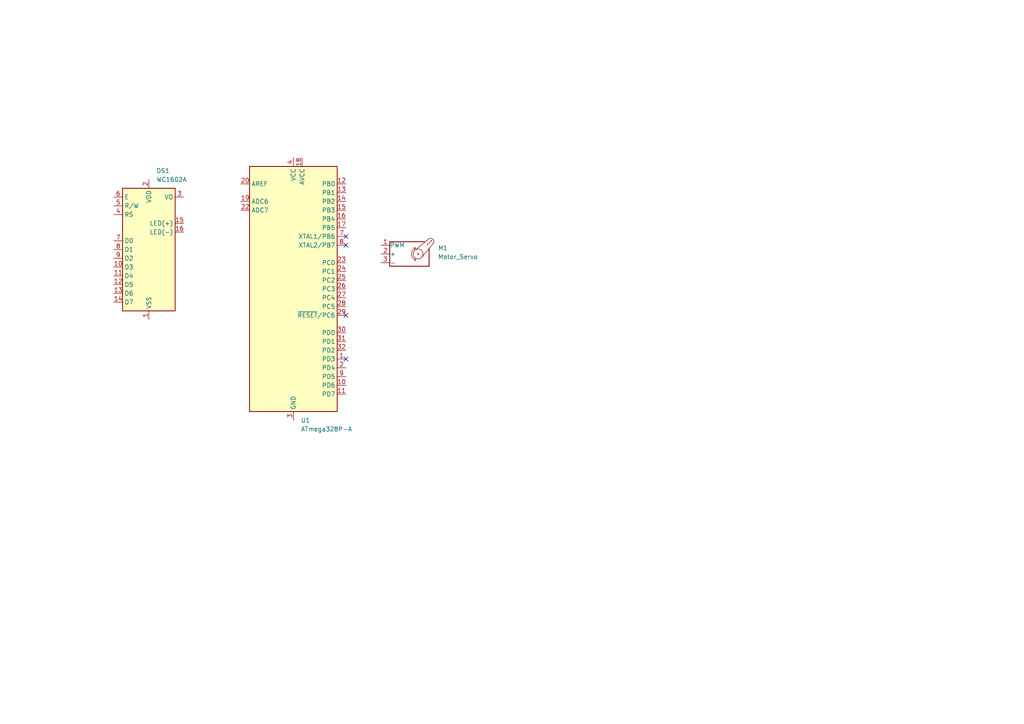
<source format=kicad_sch>
(kicad_sch
	(version 20250114)
	(generator "eeschema")
	(generator_version "9.0")
	(uuid "27e879df-9795-40e7-8d22-831b68498079")
	(paper "A4")
	(lib_symbols
		(symbol "Display_Character:WC1602A"
			(exclude_from_sim no)
			(in_bom yes)
			(on_board yes)
			(property "Reference" "DS"
				(at -5.842 19.05 0)
				(effects
					(font
						(size 1.27 1.27)
					)
				)
			)
			(property "Value" "WC1602A"
				(at 5.334 19.05 0)
				(effects
					(font
						(size 1.27 1.27)
					)
				)
			)
			(property "Footprint" "Display:WC1602A"
				(at 0 -22.86 0)
				(effects
					(font
						(size 1.27 1.27)
						(italic yes)
					)
					(hide yes)
				)
			)
			(property "Datasheet" "http://www.wincomlcd.com/pdf/WC1602A-SFYLYHTC06.pdf"
				(at 17.78 0 0)
				(effects
					(font
						(size 1.27 1.27)
					)
					(hide yes)
				)
			)
			(property "Description" "LCD 16x2 Alphanumeric , 8 bit parallel bus, 5V VDD"
				(at 0 0 0)
				(effects
					(font
						(size 1.27 1.27)
					)
					(hide yes)
				)
			)
			(property "ki_keywords" "display LCD dot-matrix"
				(at 0 0 0)
				(effects
					(font
						(size 1.27 1.27)
					)
					(hide yes)
				)
			)
			(property "ki_fp_filters" "*WC*1602A*"
				(at 0 0 0)
				(effects
					(font
						(size 1.27 1.27)
					)
					(hide yes)
				)
			)
			(symbol "WC1602A_1_1"
				(rectangle
					(start -7.62 17.78)
					(end 7.62 -17.78)
					(stroke
						(width 0.254)
						(type default)
					)
					(fill
						(type background)
					)
				)
				(pin input line
					(at -10.16 15.24 0)
					(length 2.54)
					(name "E"
						(effects
							(font
								(size 1.27 1.27)
							)
						)
					)
					(number "6"
						(effects
							(font
								(size 1.27 1.27)
							)
						)
					)
				)
				(pin input line
					(at -10.16 12.7 0)
					(length 2.54)
					(name "R/W"
						(effects
							(font
								(size 1.27 1.27)
							)
						)
					)
					(number "5"
						(effects
							(font
								(size 1.27 1.27)
							)
						)
					)
				)
				(pin input line
					(at -10.16 10.16 0)
					(length 2.54)
					(name "RS"
						(effects
							(font
								(size 1.27 1.27)
							)
						)
					)
					(number "4"
						(effects
							(font
								(size 1.27 1.27)
							)
						)
					)
				)
				(pin input line
					(at -10.16 2.54 0)
					(length 2.54)
					(name "D0"
						(effects
							(font
								(size 1.27 1.27)
							)
						)
					)
					(number "7"
						(effects
							(font
								(size 1.27 1.27)
							)
						)
					)
				)
				(pin input line
					(at -10.16 0 0)
					(length 2.54)
					(name "D1"
						(effects
							(font
								(size 1.27 1.27)
							)
						)
					)
					(number "8"
						(effects
							(font
								(size 1.27 1.27)
							)
						)
					)
				)
				(pin input line
					(at -10.16 -2.54 0)
					(length 2.54)
					(name "D2"
						(effects
							(font
								(size 1.27 1.27)
							)
						)
					)
					(number "9"
						(effects
							(font
								(size 1.27 1.27)
							)
						)
					)
				)
				(pin input line
					(at -10.16 -5.08 0)
					(length 2.54)
					(name "D3"
						(effects
							(font
								(size 1.27 1.27)
							)
						)
					)
					(number "10"
						(effects
							(font
								(size 1.27 1.27)
							)
						)
					)
				)
				(pin input line
					(at -10.16 -7.62 0)
					(length 2.54)
					(name "D4"
						(effects
							(font
								(size 1.27 1.27)
							)
						)
					)
					(number "11"
						(effects
							(font
								(size 1.27 1.27)
							)
						)
					)
				)
				(pin input line
					(at -10.16 -10.16 0)
					(length 2.54)
					(name "D5"
						(effects
							(font
								(size 1.27 1.27)
							)
						)
					)
					(number "12"
						(effects
							(font
								(size 1.27 1.27)
							)
						)
					)
				)
				(pin input line
					(at -10.16 -12.7 0)
					(length 2.54)
					(name "D6"
						(effects
							(font
								(size 1.27 1.27)
							)
						)
					)
					(number "13"
						(effects
							(font
								(size 1.27 1.27)
							)
						)
					)
				)
				(pin input line
					(at -10.16 -15.24 0)
					(length 2.54)
					(name "D7"
						(effects
							(font
								(size 1.27 1.27)
							)
						)
					)
					(number "14"
						(effects
							(font
								(size 1.27 1.27)
							)
						)
					)
				)
				(pin power_in line
					(at 0 20.32 270)
					(length 2.54)
					(name "VDD"
						(effects
							(font
								(size 1.27 1.27)
							)
						)
					)
					(number "2"
						(effects
							(font
								(size 1.27 1.27)
							)
						)
					)
				)
				(pin power_in line
					(at 0 -20.32 90)
					(length 2.54)
					(name "VSS"
						(effects
							(font
								(size 1.27 1.27)
							)
						)
					)
					(number "1"
						(effects
							(font
								(size 1.27 1.27)
							)
						)
					)
				)
				(pin input line
					(at 10.16 15.24 180)
					(length 2.54)
					(name "VO"
						(effects
							(font
								(size 1.27 1.27)
							)
						)
					)
					(number "3"
						(effects
							(font
								(size 1.27 1.27)
							)
						)
					)
				)
				(pin power_in line
					(at 10.16 7.62 180)
					(length 2.54)
					(name "LED(+)"
						(effects
							(font
								(size 1.27 1.27)
							)
						)
					)
					(number "15"
						(effects
							(font
								(size 1.27 1.27)
							)
						)
					)
				)
				(pin power_in line
					(at 10.16 5.08 180)
					(length 2.54)
					(name "LED(-)"
						(effects
							(font
								(size 1.27 1.27)
							)
						)
					)
					(number "16"
						(effects
							(font
								(size 1.27 1.27)
							)
						)
					)
				)
			)
			(embedded_fonts no)
		)
		(symbol "MCU_Microchip_ATmega:ATmega328P-A"
			(exclude_from_sim no)
			(in_bom yes)
			(on_board yes)
			(property "Reference" "U"
				(at -12.7 36.83 0)
				(effects
					(font
						(size 1.27 1.27)
					)
					(justify left bottom)
				)
			)
			(property "Value" "ATmega328P-A"
				(at 2.54 -36.83 0)
				(effects
					(font
						(size 1.27 1.27)
					)
					(justify left top)
				)
			)
			(property "Footprint" "Package_QFP:TQFP-32_7x7mm_P0.8mm"
				(at 0 0 0)
				(effects
					(font
						(size 1.27 1.27)
						(italic yes)
					)
					(hide yes)
				)
			)
			(property "Datasheet" "http://ww1.microchip.com/downloads/en/DeviceDoc/ATmega328_P%20AVR%20MCU%20with%20picoPower%20Technology%20Data%20Sheet%2040001984A.pdf"
				(at 0 0 0)
				(effects
					(font
						(size 1.27 1.27)
					)
					(hide yes)
				)
			)
			(property "Description" "20MHz, 32kB Flash, 2kB SRAM, 1kB EEPROM, TQFP-32"
				(at 0 0 0)
				(effects
					(font
						(size 1.27 1.27)
					)
					(hide yes)
				)
			)
			(property "ki_keywords" "AVR 8bit Microcontroller MegaAVR PicoPower"
				(at 0 0 0)
				(effects
					(font
						(size 1.27 1.27)
					)
					(hide yes)
				)
			)
			(property "ki_fp_filters" "TQFP*7x7mm*P0.8mm*"
				(at 0 0 0)
				(effects
					(font
						(size 1.27 1.27)
					)
					(hide yes)
				)
			)
			(symbol "ATmega328P-A_0_1"
				(rectangle
					(start -12.7 -35.56)
					(end 12.7 35.56)
					(stroke
						(width 0.254)
						(type default)
					)
					(fill
						(type background)
					)
				)
			)
			(symbol "ATmega328P-A_1_1"
				(pin passive line
					(at -15.24 30.48 0)
					(length 2.54)
					(name "AREF"
						(effects
							(font
								(size 1.27 1.27)
							)
						)
					)
					(number "20"
						(effects
							(font
								(size 1.27 1.27)
							)
						)
					)
				)
				(pin input line
					(at -15.24 25.4 0)
					(length 2.54)
					(name "ADC6"
						(effects
							(font
								(size 1.27 1.27)
							)
						)
					)
					(number "19"
						(effects
							(font
								(size 1.27 1.27)
							)
						)
					)
				)
				(pin input line
					(at -15.24 22.86 0)
					(length 2.54)
					(name "ADC7"
						(effects
							(font
								(size 1.27 1.27)
							)
						)
					)
					(number "22"
						(effects
							(font
								(size 1.27 1.27)
							)
						)
					)
				)
				(pin power_in line
					(at 0 38.1 270)
					(length 2.54)
					(name "VCC"
						(effects
							(font
								(size 1.27 1.27)
							)
						)
					)
					(number "4"
						(effects
							(font
								(size 1.27 1.27)
							)
						)
					)
				)
				(pin passive line
					(at 0 38.1 270)
					(length 2.54)
					(hide yes)
					(name "VCC"
						(effects
							(font
								(size 1.27 1.27)
							)
						)
					)
					(number "6"
						(effects
							(font
								(size 1.27 1.27)
							)
						)
					)
				)
				(pin passive line
					(at 0 -38.1 90)
					(length 2.54)
					(hide yes)
					(name "GND"
						(effects
							(font
								(size 1.27 1.27)
							)
						)
					)
					(number "21"
						(effects
							(font
								(size 1.27 1.27)
							)
						)
					)
				)
				(pin power_in line
					(at 0 -38.1 90)
					(length 2.54)
					(name "GND"
						(effects
							(font
								(size 1.27 1.27)
							)
						)
					)
					(number "3"
						(effects
							(font
								(size 1.27 1.27)
							)
						)
					)
				)
				(pin passive line
					(at 0 -38.1 90)
					(length 2.54)
					(hide yes)
					(name "GND"
						(effects
							(font
								(size 1.27 1.27)
							)
						)
					)
					(number "5"
						(effects
							(font
								(size 1.27 1.27)
							)
						)
					)
				)
				(pin power_in line
					(at 2.54 38.1 270)
					(length 2.54)
					(name "AVCC"
						(effects
							(font
								(size 1.27 1.27)
							)
						)
					)
					(number "18"
						(effects
							(font
								(size 1.27 1.27)
							)
						)
					)
				)
				(pin bidirectional line
					(at 15.24 30.48 180)
					(length 2.54)
					(name "PB0"
						(effects
							(font
								(size 1.27 1.27)
							)
						)
					)
					(number "12"
						(effects
							(font
								(size 1.27 1.27)
							)
						)
					)
				)
				(pin bidirectional line
					(at 15.24 27.94 180)
					(length 2.54)
					(name "PB1"
						(effects
							(font
								(size 1.27 1.27)
							)
						)
					)
					(number "13"
						(effects
							(font
								(size 1.27 1.27)
							)
						)
					)
				)
				(pin bidirectional line
					(at 15.24 25.4 180)
					(length 2.54)
					(name "PB2"
						(effects
							(font
								(size 1.27 1.27)
							)
						)
					)
					(number "14"
						(effects
							(font
								(size 1.27 1.27)
							)
						)
					)
				)
				(pin bidirectional line
					(at 15.24 22.86 180)
					(length 2.54)
					(name "PB3"
						(effects
							(font
								(size 1.27 1.27)
							)
						)
					)
					(number "15"
						(effects
							(font
								(size 1.27 1.27)
							)
						)
					)
				)
				(pin bidirectional line
					(at 15.24 20.32 180)
					(length 2.54)
					(name "PB4"
						(effects
							(font
								(size 1.27 1.27)
							)
						)
					)
					(number "16"
						(effects
							(font
								(size 1.27 1.27)
							)
						)
					)
				)
				(pin bidirectional line
					(at 15.24 17.78 180)
					(length 2.54)
					(name "PB5"
						(effects
							(font
								(size 1.27 1.27)
							)
						)
					)
					(number "17"
						(effects
							(font
								(size 1.27 1.27)
							)
						)
					)
				)
				(pin bidirectional line
					(at 15.24 15.24 180)
					(length 2.54)
					(name "XTAL1/PB6"
						(effects
							(font
								(size 1.27 1.27)
							)
						)
					)
					(number "7"
						(effects
							(font
								(size 1.27 1.27)
							)
						)
					)
				)
				(pin bidirectional line
					(at 15.24 12.7 180)
					(length 2.54)
					(name "XTAL2/PB7"
						(effects
							(font
								(size 1.27 1.27)
							)
						)
					)
					(number "8"
						(effects
							(font
								(size 1.27 1.27)
							)
						)
					)
				)
				(pin bidirectional line
					(at 15.24 7.62 180)
					(length 2.54)
					(name "PC0"
						(effects
							(font
								(size 1.27 1.27)
							)
						)
					)
					(number "23"
						(effects
							(font
								(size 1.27 1.27)
							)
						)
					)
				)
				(pin bidirectional line
					(at 15.24 5.08 180)
					(length 2.54)
					(name "PC1"
						(effects
							(font
								(size 1.27 1.27)
							)
						)
					)
					(number "24"
						(effects
							(font
								(size 1.27 1.27)
							)
						)
					)
				)
				(pin bidirectional line
					(at 15.24 2.54 180)
					(length 2.54)
					(name "PC2"
						(effects
							(font
								(size 1.27 1.27)
							)
						)
					)
					(number "25"
						(effects
							(font
								(size 1.27 1.27)
							)
						)
					)
				)
				(pin bidirectional line
					(at 15.24 0 180)
					(length 2.54)
					(name "PC3"
						(effects
							(font
								(size 1.27 1.27)
							)
						)
					)
					(number "26"
						(effects
							(font
								(size 1.27 1.27)
							)
						)
					)
				)
				(pin bidirectional line
					(at 15.24 -2.54 180)
					(length 2.54)
					(name "PC4"
						(effects
							(font
								(size 1.27 1.27)
							)
						)
					)
					(number "27"
						(effects
							(font
								(size 1.27 1.27)
							)
						)
					)
				)
				(pin bidirectional line
					(at 15.24 -5.08 180)
					(length 2.54)
					(name "PC5"
						(effects
							(font
								(size 1.27 1.27)
							)
						)
					)
					(number "28"
						(effects
							(font
								(size 1.27 1.27)
							)
						)
					)
				)
				(pin bidirectional line
					(at 15.24 -7.62 180)
					(length 2.54)
					(name "~{RESET}/PC6"
						(effects
							(font
								(size 1.27 1.27)
							)
						)
					)
					(number "29"
						(effects
							(font
								(size 1.27 1.27)
							)
						)
					)
				)
				(pin bidirectional line
					(at 15.24 -12.7 180)
					(length 2.54)
					(name "PD0"
						(effects
							(font
								(size 1.27 1.27)
							)
						)
					)
					(number "30"
						(effects
							(font
								(size 1.27 1.27)
							)
						)
					)
				)
				(pin bidirectional line
					(at 15.24 -15.24 180)
					(length 2.54)
					(name "PD1"
						(effects
							(font
								(size 1.27 1.27)
							)
						)
					)
					(number "31"
						(effects
							(font
								(size 1.27 1.27)
							)
						)
					)
				)
				(pin bidirectional line
					(at 15.24 -17.78 180)
					(length 2.54)
					(name "PD2"
						(effects
							(font
								(size 1.27 1.27)
							)
						)
					)
					(number "32"
						(effects
							(font
								(size 1.27 1.27)
							)
						)
					)
				)
				(pin bidirectional line
					(at 15.24 -20.32 180)
					(length 2.54)
					(name "PD3"
						(effects
							(font
								(size 1.27 1.27)
							)
						)
					)
					(number "1"
						(effects
							(font
								(size 1.27 1.27)
							)
						)
					)
				)
				(pin bidirectional line
					(at 15.24 -22.86 180)
					(length 2.54)
					(name "PD4"
						(effects
							(font
								(size 1.27 1.27)
							)
						)
					)
					(number "2"
						(effects
							(font
								(size 1.27 1.27)
							)
						)
					)
				)
				(pin bidirectional line
					(at 15.24 -25.4 180)
					(length 2.54)
					(name "PD5"
						(effects
							(font
								(size 1.27 1.27)
							)
						)
					)
					(number "9"
						(effects
							(font
								(size 1.27 1.27)
							)
						)
					)
				)
				(pin bidirectional line
					(at 15.24 -27.94 180)
					(length 2.54)
					(name "PD6"
						(effects
							(font
								(size 1.27 1.27)
							)
						)
					)
					(number "10"
						(effects
							(font
								(size 1.27 1.27)
							)
						)
					)
				)
				(pin bidirectional line
					(at 15.24 -30.48 180)
					(length 2.54)
					(name "PD7"
						(effects
							(font
								(size 1.27 1.27)
							)
						)
					)
					(number "11"
						(effects
							(font
								(size 1.27 1.27)
							)
						)
					)
				)
			)
			(embedded_fonts no)
		)
		(symbol "Motor:Motor_Servo"
			(pin_names
				(offset 0.0254)
			)
			(exclude_from_sim no)
			(in_bom yes)
			(on_board yes)
			(property "Reference" "M"
				(at -5.08 4.445 0)
				(effects
					(font
						(size 1.27 1.27)
					)
					(justify left)
				)
			)
			(property "Value" "Motor_Servo"
				(at -5.08 -4.064 0)
				(effects
					(font
						(size 1.27 1.27)
					)
					(justify left top)
				)
			)
			(property "Footprint" ""
				(at 0 -4.826 0)
				(effects
					(font
						(size 1.27 1.27)
					)
					(hide yes)
				)
			)
			(property "Datasheet" "http://forums.parallax.com/uploads/attachments/46831/74481.png"
				(at 0 -4.826 0)
				(effects
					(font
						(size 1.27 1.27)
					)
					(hide yes)
				)
			)
			(property "Description" "Servo Motor (Futaba, HiTec, JR connector)"
				(at 0 0 0)
				(effects
					(font
						(size 1.27 1.27)
					)
					(hide yes)
				)
			)
			(property "ki_keywords" "Servo Motor"
				(at 0 0 0)
				(effects
					(font
						(size 1.27 1.27)
					)
					(hide yes)
				)
			)
			(property "ki_fp_filters" "PinHeader*P2.54mm*"
				(at 0 0 0)
				(effects
					(font
						(size 1.27 1.27)
					)
					(hide yes)
				)
			)
			(symbol "Motor_Servo_0_1"
				(polyline
					(pts
						(xy 2.413 1.778) (xy 1.905 1.778)
					)
					(stroke
						(width 0)
						(type default)
					)
					(fill
						(type none)
					)
				)
				(polyline
					(pts
						(xy 2.413 1.778) (xy 2.286 1.397)
					)
					(stroke
						(width 0)
						(type default)
					)
					(fill
						(type none)
					)
				)
				(polyline
					(pts
						(xy 2.413 -1.778) (xy 2.032 -1.778)
					)
					(stroke
						(width 0)
						(type default)
					)
					(fill
						(type none)
					)
				)
				(polyline
					(pts
						(xy 2.413 -1.778) (xy 2.286 -1.397)
					)
					(stroke
						(width 0)
						(type default)
					)
					(fill
						(type none)
					)
				)
				(arc
					(start 2.413 -1.778)
					(mid 1.2406 0)
					(end 2.413 1.778)
					(stroke
						(width 0)
						(type default)
					)
					(fill
						(type none)
					)
				)
				(circle
					(center 3.175 0)
					(radius 0.1778)
					(stroke
						(width 0)
						(type default)
					)
					(fill
						(type none)
					)
				)
				(circle
					(center 3.175 0)
					(radius 1.4224)
					(stroke
						(width 0)
						(type default)
					)
					(fill
						(type none)
					)
				)
				(polyline
					(pts
						(xy 5.08 3.556) (xy -5.08 3.556) (xy -5.08 -3.556) (xy 6.35 -3.556) (xy 6.35 1.524)
					)
					(stroke
						(width 0.254)
						(type default)
					)
					(fill
						(type none)
					)
				)
				(circle
					(center 5.969 2.794)
					(radius 0.127)
					(stroke
						(width 0)
						(type default)
					)
					(fill
						(type none)
					)
				)
				(polyline
					(pts
						(xy 6.35 4.445) (xy 2.54 1.27)
					)
					(stroke
						(width 0)
						(type default)
					)
					(fill
						(type none)
					)
				)
				(circle
					(center 6.477 3.302)
					(radius 0.127)
					(stroke
						(width 0)
						(type default)
					)
					(fill
						(type none)
					)
				)
				(arc
					(start 6.35 4.445)
					(mid 7.4487 4.2737)
					(end 7.62 3.175)
					(stroke
						(width 0)
						(type default)
					)
					(fill
						(type none)
					)
				)
				(circle
					(center 6.985 3.81)
					(radius 0.127)
					(stroke
						(width 0)
						(type default)
					)
					(fill
						(type none)
					)
				)
				(polyline
					(pts
						(xy 7.62 3.175) (xy 4.191 -1.016)
					)
					(stroke
						(width 0)
						(type default)
					)
					(fill
						(type none)
					)
				)
			)
			(symbol "Motor_Servo_1_1"
				(pin passive line
					(at -7.62 2.54 0)
					(length 2.54)
					(name "PWM"
						(effects
							(font
								(size 1.27 1.27)
							)
						)
					)
					(number "1"
						(effects
							(font
								(size 1.27 1.27)
							)
						)
					)
				)
				(pin passive line
					(at -7.62 0 0)
					(length 2.54)
					(name "+"
						(effects
							(font
								(size 1.27 1.27)
							)
						)
					)
					(number "2"
						(effects
							(font
								(size 1.27 1.27)
							)
						)
					)
				)
				(pin passive line
					(at -7.62 -2.54 0)
					(length 2.54)
					(name "-"
						(effects
							(font
								(size 1.27 1.27)
							)
						)
					)
					(number "3"
						(effects
							(font
								(size 1.27 1.27)
							)
						)
					)
				)
			)
			(embedded_fonts no)
		)
	)
	(no_connect
		(at 100.33 91.44)
		(uuid "2594f62e-2239-4e64-b890-1c4166efbafb")
	)
	(no_connect
		(at 100.33 71.12)
		(uuid "55ef0039-f3c1-4233-97a0-46a658c19bdc")
	)
	(no_connect
		(at 100.33 104.14)
		(uuid "6aedd15c-71f9-4651-98f2-9fc34fb52a01")
	)
	(no_connect
		(at 100.33 68.58)
		(uuid "ba1d81aa-533e-4f8f-b7db-9db5cb6e45a1")
	)
	(symbol
		(lib_id "Display_Character:WC1602A")
		(at 43.18 72.39 0)
		(unit 1)
		(exclude_from_sim no)
		(in_bom yes)
		(on_board yes)
		(dnp no)
		(fields_autoplaced yes)
		(uuid "00d3fc71-321c-4974-ac54-3103b4c37a10")
		(property "Reference" "DS1"
			(at 45.3233 49.53 0)
			(effects
				(font
					(size 1.27 1.27)
				)
				(justify left)
			)
		)
		(property "Value" "WC1602A"
			(at 45.3233 52.07 0)
			(effects
				(font
					(size 1.27 1.27)
				)
				(justify left)
			)
		)
		(property "Footprint" "Display:WC1602A"
			(at 43.18 95.25 0)
			(effects
				(font
					(size 1.27 1.27)
					(italic yes)
				)
				(hide yes)
			)
		)
		(property "Datasheet" "http://www.wincomlcd.com/pdf/WC1602A-SFYLYHTC06.pdf"
			(at 60.96 72.39 0)
			(effects
				(font
					(size 1.27 1.27)
				)
				(hide yes)
			)
		)
		(property "Description" "LCD 16x2 Alphanumeric , 8 bit parallel bus, 5V VDD"
			(at 43.18 72.39 0)
			(effects
				(font
					(size 1.27 1.27)
				)
				(hide yes)
			)
		)
		(pin "9"
			(uuid "3f08fb49-665b-4a7a-9b13-d647fbcf17e4")
		)
		(pin "4"
			(uuid "90b987a2-8369-4331-90c1-d5dcb62b7ee6")
		)
		(pin "7"
			(uuid "a04d9829-a73a-4340-9881-7964b69551f6")
		)
		(pin "8"
			(uuid "c60c3a04-2137-4961-aec7-712291c06da2")
		)
		(pin "10"
			(uuid "01baa7cd-eca2-472d-9ca4-d3cc30172a2b")
		)
		(pin "13"
			(uuid "b8056901-4813-42b2-a5d0-a0ac01781acc")
		)
		(pin "14"
			(uuid "c43e1b04-ab22-436c-863c-0ea1ff6074b2")
		)
		(pin "3"
			(uuid "f0561ed2-28c2-46f4-98e6-16303923d3d6")
		)
		(pin "12"
			(uuid "933d3889-9121-4ce6-9a06-7e8ab50814c8")
		)
		(pin "15"
			(uuid "4e0d1106-adc1-411e-8fba-11e598d741fe")
		)
		(pin "6"
			(uuid "7b37710d-6a1b-4331-aced-5c014ae2b09c")
		)
		(pin "2"
			(uuid "68743cb1-e721-4052-a514-adf572787f56")
		)
		(pin "1"
			(uuid "678bcfa5-b7c2-4e22-a412-4400730c9cec")
		)
		(pin "16"
			(uuid "6c9dbc5d-2690-4524-aeb4-52d1a3ba146a")
		)
		(pin "5"
			(uuid "a9fc3b5e-bedf-4406-be72-31b97087478f")
		)
		(pin "11"
			(uuid "8c2a46a0-0602-433b-ab9a-632b20d08c1b")
		)
		(instances
			(project ""
				(path "/27e879df-9795-40e7-8d22-831b68498079"
					(reference "DS1")
					(unit 1)
				)
			)
		)
	)
	(symbol
		(lib_id "MCU_Microchip_ATmega:ATmega328P-A")
		(at 85.09 83.82 0)
		(unit 1)
		(exclude_from_sim no)
		(in_bom yes)
		(on_board yes)
		(dnp no)
		(fields_autoplaced yes)
		(uuid "619f00a3-50ff-4ec0-99da-47bd086967c6")
		(property "Reference" "U1"
			(at 87.2333 121.92 0)
			(effects
				(font
					(size 1.27 1.27)
				)
				(justify left)
			)
		)
		(property "Value" "ATmega328P-A"
			(at 87.2333 124.46 0)
			(effects
				(font
					(size 1.27 1.27)
				)
				(justify left)
			)
		)
		(property "Footprint" "Package_QFP:TQFP-32_7x7mm_P0.8mm"
			(at 85.09 83.82 0)
			(effects
				(font
					(size 1.27 1.27)
					(italic yes)
				)
				(hide yes)
			)
		)
		(property "Datasheet" "http://ww1.microchip.com/downloads/en/DeviceDoc/ATmega328_P%20AVR%20MCU%20with%20picoPower%20Technology%20Data%20Sheet%2040001984A.pdf"
			(at 85.09 83.82 0)
			(effects
				(font
					(size 1.27 1.27)
				)
				(hide yes)
			)
		)
		(property "Description" "20MHz, 32kB Flash, 2kB SRAM, 1kB EEPROM, TQFP-32"
			(at 85.09 83.82 0)
			(effects
				(font
					(size 1.27 1.27)
				)
				(hide yes)
			)
		)
		(pin "11"
			(uuid "52abd77e-7ef0-4dc4-a5db-13d073435b95")
		)
		(pin "10"
			(uuid "fce753f6-9c88-4e48-8519-8d82e186420e")
		)
		(pin "20"
			(uuid "69358f08-c1e7-4655-bf2a-af0d95c732e5")
		)
		(pin "21"
			(uuid "02d9bd0d-4fc5-47e1-b877-70095be24ecf")
		)
		(pin "5"
			(uuid "5075e954-9474-4f39-9d4f-34148cbac808")
		)
		(pin "18"
			(uuid "a6e14d93-4700-43e2-a785-34b5dd9d8e8f")
		)
		(pin "19"
			(uuid "2d860ba2-9367-4fe2-af9a-42c3d8bcdbd2")
		)
		(pin "22"
			(uuid "a2699553-e7e7-4a48-9fa7-d30a1ca6e399")
		)
		(pin "4"
			(uuid "66bf0157-8594-42d4-a3b8-2a99cfdbd9f2")
		)
		(pin "6"
			(uuid "52e25fb3-938c-4198-b62b-dc9f111543ad")
		)
		(pin "3"
			(uuid "1aee9d01-c36a-424b-91cc-697bc585ded1")
		)
		(pin "25"
			(uuid "54239517-911b-4ef1-ad5d-6148916755d3")
		)
		(pin "8"
			(uuid "6d37ab29-582f-4c0b-b9e0-c14aaac498fb")
		)
		(pin "27"
			(uuid "0889994e-2784-43df-a94c-426105bbc1f0")
		)
		(pin "30"
			(uuid "eb4f1940-ecce-4081-a20d-93d9edd5cd91")
		)
		(pin "31"
			(uuid "b22a2cc3-18ed-4507-ab7c-15ca46cc81e2")
		)
		(pin "32"
			(uuid "09da8226-4931-470f-a3be-1643b408e799")
		)
		(pin "28"
			(uuid "acc5848b-b2ba-48d4-b5e8-0b6a7438b678")
		)
		(pin "16"
			(uuid "f2629a70-0dd6-4d53-a52d-0311502cd972")
		)
		(pin "17"
			(uuid "cc28d663-e6ab-4085-b453-7bb9a4847d57")
		)
		(pin "9"
			(uuid "2ce34d4e-466b-4081-8f54-e28072250f5c")
		)
		(pin "24"
			(uuid "395fccc1-eb19-46a0-9579-019df54601f9")
		)
		(pin "15"
			(uuid "6fd5d0df-972f-4072-b4d0-00c3112496f3")
		)
		(pin "1"
			(uuid "0e4b02d6-1d61-4d0c-867f-ca8c603f40f7")
		)
		(pin "2"
			(uuid "cc7b4389-aa2e-489a-98d3-96c732098dfd")
		)
		(pin "13"
			(uuid "503d2f46-f9f0-4003-a956-04ab57dc66d2")
		)
		(pin "7"
			(uuid "362363d3-1dd3-4cb9-9fbe-996121959a8f")
		)
		(pin "12"
			(uuid "074bf1c6-e506-438b-bdd5-ce13352c09f5")
		)
		(pin "14"
			(uuid "b8f46731-75ed-4799-bd16-1abf4bb79933")
		)
		(pin "26"
			(uuid "9fe6ed27-0024-4c2c-afb9-bbc766bf6df7")
		)
		(pin "23"
			(uuid "05ec5f25-f097-4420-be08-4a9ce6d8a9fd")
		)
		(pin "29"
			(uuid "f7c03667-5703-4a9b-8d51-727c271d89a8")
		)
		(instances
			(project ""
				(path "/27e879df-9795-40e7-8d22-831b68498079"
					(reference "U1")
					(unit 1)
				)
			)
		)
	)
	(symbol
		(lib_id "Motor:Motor_Servo")
		(at 118.11 73.66 0)
		(unit 1)
		(exclude_from_sim no)
		(in_bom yes)
		(on_board yes)
		(dnp no)
		(fields_autoplaced yes)
		(uuid "d3ea26c0-ae07-41ef-af4c-0703f9a1c7ad")
		(property "Reference" "M1"
			(at 127 71.9568 0)
			(effects
				(font
					(size 1.27 1.27)
				)
				(justify left)
			)
		)
		(property "Value" "Motor_Servo"
			(at 127 74.4968 0)
			(effects
				(font
					(size 1.27 1.27)
				)
				(justify left)
			)
		)
		(property "Footprint" ""
			(at 118.11 78.486 0)
			(effects
				(font
					(size 1.27 1.27)
				)
				(hide yes)
			)
		)
		(property "Datasheet" "http://forums.parallax.com/uploads/attachments/46831/74481.png"
			(at 118.11 78.486 0)
			(effects
				(font
					(size 1.27 1.27)
				)
				(hide yes)
			)
		)
		(property "Description" "Servo Motor (Futaba, HiTec, JR connector)"
			(at 118.11 73.66 0)
			(effects
				(font
					(size 1.27 1.27)
				)
				(hide yes)
			)
		)
		(pin "2"
			(uuid "40b0b108-b703-4b59-bc4f-2d799367e9c4")
		)
		(pin "1"
			(uuid "09f64847-1194-4ea1-9c48-290434d65d92")
		)
		(pin "3"
			(uuid "f226d303-a55b-4973-9c0f-7a823cce383b")
		)
		(instances
			(project ""
				(path "/27e879df-9795-40e7-8d22-831b68498079"
					(reference "M1")
					(unit 1)
				)
			)
		)
	)
	(sheet_instances
		(path "/"
			(page "1")
		)
	)
	(embedded_fonts no)
)

</source>
